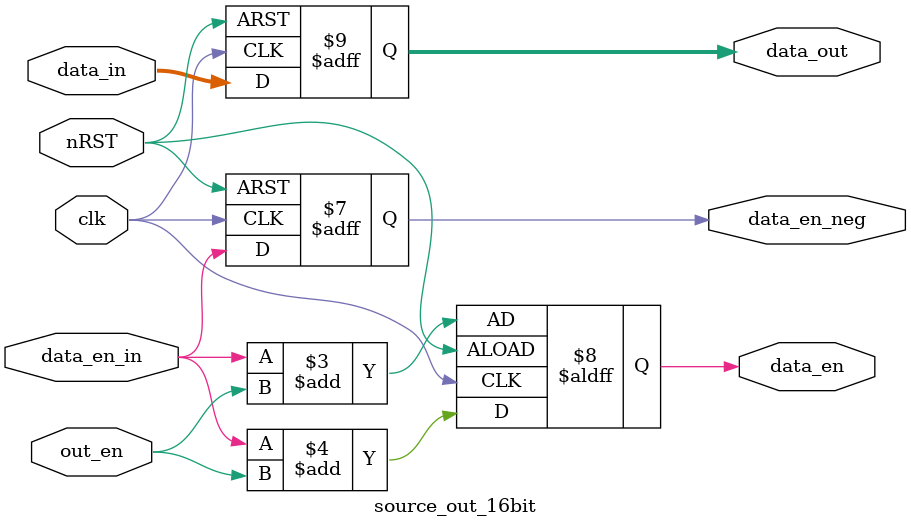
<source format=v>
module source_out_16bit(
	input clk,
	input nRST,
	input data_en_in,
	input [15:0]data_in,
	input out_en,
	output reg data_en,
	output reg data_en_neg,
	output reg [15:0]data_out
	);

always @(posedge clk or negedge nRST)
begin
	if(!nRST)
	begin
		data_en <= data_en_in + out_en;
		data_out <= 16'd0;
	end	
	else
	begin
		data_en <= data_en_in + out_en;
		data_out <= data_in;
	end
end

always @(negedge clk  or negedge nRST)
begin
	if(!nRST)
	begin
		data_en_neg <= 1'b0;
	end	
	else
	begin
		data_en_neg <= data_en_in;
	end
end

endmodule

</source>
